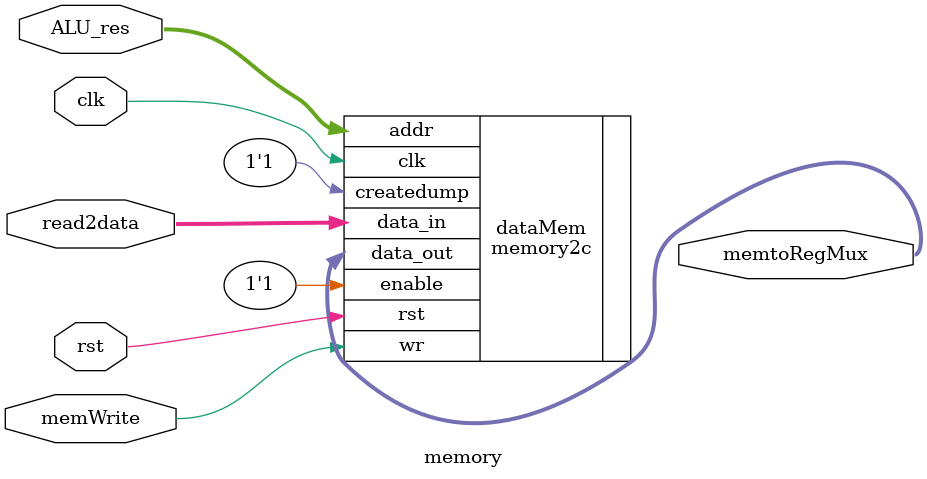
<source format=v>
module memory(ALU_res, memWrite, read2data, clk, rst, memtoRegMux);

	input clk, rst, memWrite;
	input [15:0] ALU_res, read2data;

	output [15:0] memtoRegMux;
		
	memory2c dataMem(.data_out(memtoRegMux), .data_in(read2data), .addr(ALU_res), 
			.enable(1'b1), .wr(memWrite), .createdump(1'b1), .clk(clk), .rst(rst));

endmodule

</source>
